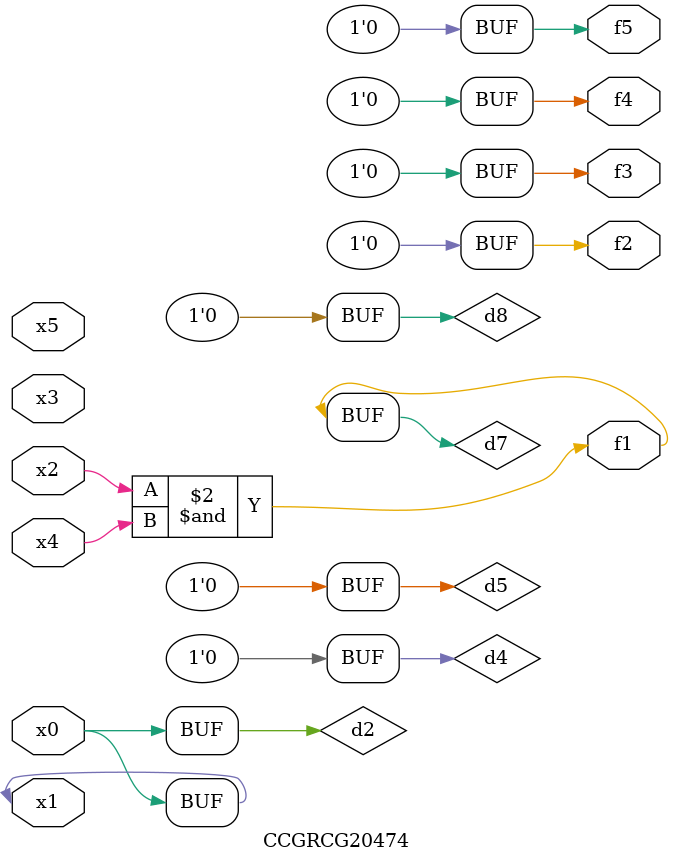
<source format=v>
module CCGRCG20474(
	input x0, x1, x2, x3, x4, x5,
	output f1, f2, f3, f4, f5
);

	wire d1, d2, d3, d4, d5, d6, d7, d8, d9;

	nand (d1, x1);
	buf (d2, x0, x1);
	nand (d3, x2, x4);
	and (d4, d1, d2);
	and (d5, d1, d2);
	nand (d6, d1, d3);
	not (d7, d3);
	xor (d8, d5);
	nor (d9, d5, d6);
	assign f1 = d7;
	assign f2 = d8;
	assign f3 = d8;
	assign f4 = d8;
	assign f5 = d8;
endmodule

</source>
